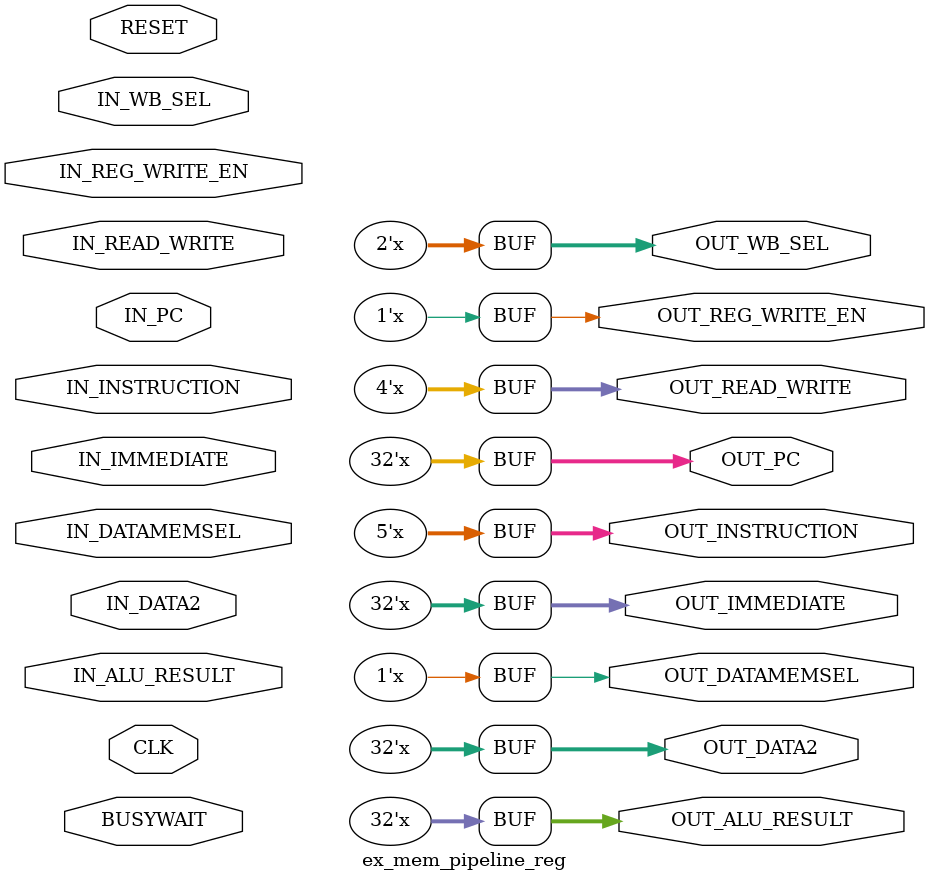
<source format=v>
module ex_mem_pipeline_reg(
    IN_INSTRUCTION, // INSTRUCTION [11:7]
    IN_PC,
    IN_ALU_RESULT, 
    IN_DATA2, 
    IN_IMMEDIATE,
    IN_DATAMEMSEL,
    IN_READ_WRITE,
    IN_WB_SEL,
    IN_REG_WRITE_EN,
    OUT_INSTRUCTION,
    OUT_PC,
    OUT_ALU_RESULT,
    OUT_DATA2,
    OUT_IMMEDIATE, 
    OUT_DATAMEMSEL,
    OUT_READ_WRITE,
    OUT_WB_SEL,
    OUT_REG_WRITE_EN,
    CLK, 
    RESET,
    BUSYWAIT);

    //declare the ports
    input [4:0] IN_INSTRUCTION;
    input [1:0] IN_WB_SEL;
    input [3:0] IN_READ_WRITE;
    
    input [31:0] IN_PC,
            IN_ALU_RESULT,
            IN_DATA2,
            IN_IMMEDIATE;   
                
    input IN_DATAMEMSEL,
        IN_REG_WRITE_EN,
        CLK, 
        RESET, 
        BUSYWAIT;

    output reg [4:0] OUT_INSTRUCTION;
    output reg [1:0] OUT_WB_SEL;
    output reg [3:0] OUT_READ_WRITE;

    output reg [31:0] OUT_PC,
                    OUT_ALU_RESULT,
                    OUT_DATA2,
                    OUT_IMMEDIATE; 

    output reg OUT_DATAMEMSEL, OUT_REG_WRITE_EN;


    //RESETTING output registers
    always @ (*) begin
        if (RESET) begin
            #1;
            OUT_INSTRUCTION = 5'dx;
            OUT_PC = 32'dx;
            OUT_ALU_RESULT = 32'dx;
            OUT_DATA2 = 32'dx;
            OUT_IMMEDIATE =  32'dx;
            OUT_DATAMEMSEL  = 1'bx;
            OUT_READ_WRITE = 4'dx;
            OUT_WB_SEL = 2'bx;
            OUT_REG_WRITE_EN = 1'bx;
        end
    end

    //Writing the input values to the output registers, 
    //when the RESET is low and when the CLOCK is at a positive edge and BUSYWAIT is low 
    always @(posedge CLK)
    begin
        #0
        if (!RESET & !BUSYWAIT) begin
            OUT_INSTRUCTION <= #1 IN_INSTRUCTION;
            OUT_PC <= #1 IN_PC;
            OUT_ALU_RESULT <= #1 IN_ALU_RESULT;
            OUT_DATA2 <= #1 IN_DATA2;
            OUT_IMMEDIATE <= #1  IN_IMMEDIATE;
            OUT_DATAMEMSEL <= #1 IN_DATAMEMSEL;
            OUT_READ_WRITE <= #1 IN_READ_WRITE;
            OUT_WB_SEL <= #1 IN_WB_SEL;
            OUT_REG_WRITE_EN <= #1 IN_REG_WRITE_EN;
        end
    end

endmodule
</source>
